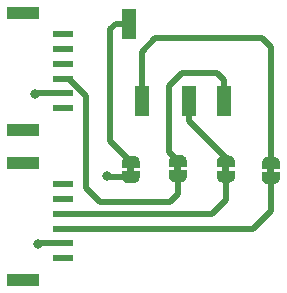
<source format=gbr>
G04 #@! TF.GenerationSoftware,KiCad,Pcbnew,(5.0.0)*
G04 #@! TF.CreationDate,2019-01-08T20:03:17-05:00*
G04 #@! TF.ProjectId,Headphone Breakout,4865616470686F6E6520427265616B6F,rev?*
G04 #@! TF.SameCoordinates,Original*
G04 #@! TF.FileFunction,Copper,L1,Top,Signal*
G04 #@! TF.FilePolarity,Positive*
%FSLAX46Y46*%
G04 Gerber Fmt 4.6, Leading zero omitted, Abs format (unit mm)*
G04 Created by KiCad (PCBNEW (5.0.0)) date 01/08/19 20:03:17*
%MOMM*%
%LPD*%
G01*
G04 APERTURE LIST*
G04 #@! TA.AperFunction,SMDPad,CuDef*
%ADD10R,1.700000X0.600000*%
G04 #@! TD*
G04 #@! TA.AperFunction,SMDPad,CuDef*
%ADD11R,2.800000X1.000000*%
G04 #@! TD*
G04 #@! TA.AperFunction,SMDPad,CuDef*
%ADD12R,1.200000X2.500000*%
G04 #@! TD*
G04 #@! TA.AperFunction,SMDPad,CuDef*
%ADD13C,0.500000*%
G04 #@! TD*
G04 #@! TA.AperFunction,Conductor*
%ADD14C,0.100000*%
G04 #@! TD*
G04 #@! TA.AperFunction,ViaPad*
%ADD15C,0.800000*%
G04 #@! TD*
G04 #@! TA.AperFunction,Conductor*
%ADD16C,0.500000*%
G04 #@! TD*
G04 APERTURE END LIST*
D10*
G04 #@! TO.P,J1,1*
G04 #@! TO.N,DGND*
X123870000Y-100915000D03*
G04 #@! TO.P,J1,2*
G04 #@! TO.N,AGND*
X123870000Y-99665000D03*
G04 #@! TO.P,J1,3*
G04 #@! TO.N,HP0*
X123870000Y-98415000D03*
G04 #@! TO.P,J1,4*
G04 #@! TO.N,HP1*
X123870000Y-97165000D03*
G04 #@! TO.P,J1,5*
G04 #@! TO.N,3V3*
X123870000Y-95915000D03*
G04 #@! TO.P,J1,6*
G04 #@! TO.N,5V*
X123870000Y-94665000D03*
D11*
G04 #@! TO.P,J1,MP*
G04 #@! TO.N,N/C*
X120520000Y-102765000D03*
X120520000Y-92815000D03*
G04 #@! TD*
D10*
G04 #@! TO.P,J2,1*
G04 #@! TO.N,DGND*
X123870000Y-88215000D03*
G04 #@! TO.P,J2,2*
G04 #@! TO.N,AGND*
X123870000Y-86965000D03*
G04 #@! TO.P,J2,3*
G04 #@! TO.N,MIC_0*
X123870000Y-85715000D03*
G04 #@! TO.P,J2,4*
G04 #@! TO.N,MIC_1*
X123870000Y-84465000D03*
G04 #@! TO.P,J2,5*
G04 #@! TO.N,3V3*
X123870000Y-83215000D03*
G04 #@! TO.P,J2,6*
G04 #@! TO.N,5V*
X123870000Y-81965000D03*
D11*
G04 #@! TO.P,J2,MP*
G04 #@! TO.N,N/C*
X120520000Y-90065000D03*
X120520000Y-80115000D03*
G04 #@! TD*
D12*
G04 #@! TO.P,J3,4*
G04 #@! TO.N,Net-(J3-Pad4)*
X129441000Y-81078000D03*
G04 #@! TO.P,J3,1*
G04 #@! TO.N,Net-(J3-Pad1)*
X130541000Y-87578000D03*
G04 #@! TO.P,J3,2*
G04 #@! TO.N,Net-(J3-Pad2)*
X134541000Y-87578000D03*
G04 #@! TO.P,J3,3*
G04 #@! TO.N,Net-(J3-Pad3)*
X137541000Y-87578000D03*
G04 #@! TD*
D13*
G04 #@! TO.P,JP1,1*
G04 #@! TO.N,AGND*
X129616200Y-94035400D03*
D14*
G04 #@! TD*
G04 #@! TO.N,AGND*
G04 #@! TO.C,JP1*
G36*
X129316200Y-93535400D02*
X129316200Y-93135400D01*
X129916200Y-93135400D01*
X129916200Y-93535400D01*
X130366200Y-93535400D01*
X130366200Y-94035400D01*
X130365598Y-94035400D01*
X130365598Y-94059934D01*
X130360788Y-94108765D01*
X130351216Y-94156890D01*
X130336972Y-94203845D01*
X130318195Y-94249178D01*
X130295064Y-94292451D01*
X130267804Y-94333250D01*
X130236676Y-94371179D01*
X130201979Y-94405876D01*
X130164050Y-94437004D01*
X130123251Y-94464264D01*
X130079978Y-94487395D01*
X130034645Y-94506172D01*
X129987690Y-94520416D01*
X129939565Y-94529988D01*
X129890734Y-94534798D01*
X129866200Y-94534798D01*
X129866200Y-94535400D01*
X129366200Y-94535400D01*
X129366200Y-94534798D01*
X129341666Y-94534798D01*
X129292835Y-94529988D01*
X129244710Y-94520416D01*
X129197755Y-94506172D01*
X129152422Y-94487395D01*
X129109149Y-94464264D01*
X129068350Y-94437004D01*
X129030421Y-94405876D01*
X128995724Y-94371179D01*
X128964596Y-94333250D01*
X128937336Y-94292451D01*
X128914205Y-94249178D01*
X128895428Y-94203845D01*
X128881184Y-94156890D01*
X128871612Y-94108765D01*
X128866802Y-94059934D01*
X128866802Y-94035400D01*
X128866200Y-94035400D01*
X128866200Y-93535400D01*
X129316200Y-93535400D01*
X129316200Y-93535400D01*
G37*
D13*
G04 #@! TO.P,JP1,2*
G04 #@! TO.N,Net-(J3-Pad4)*
X129616200Y-92735400D03*
D14*
G04 #@! TD*
G04 #@! TO.N,Net-(J3-Pad4)*
G04 #@! TO.C,JP1*
G36*
X128866802Y-92735400D02*
X128866802Y-92710866D01*
X128871612Y-92662035D01*
X128881184Y-92613910D01*
X128895428Y-92566955D01*
X128914205Y-92521622D01*
X128937336Y-92478349D01*
X128964596Y-92437550D01*
X128995724Y-92399621D01*
X129030421Y-92364924D01*
X129068350Y-92333796D01*
X129109149Y-92306536D01*
X129152422Y-92283405D01*
X129197755Y-92264628D01*
X129244710Y-92250384D01*
X129292835Y-92240812D01*
X129341666Y-92236002D01*
X129366200Y-92236002D01*
X129366200Y-92235400D01*
X129866200Y-92235400D01*
X129866200Y-92236002D01*
X129890734Y-92236002D01*
X129939565Y-92240812D01*
X129987690Y-92250384D01*
X130034645Y-92264628D01*
X130079978Y-92283405D01*
X130123251Y-92306536D01*
X130164050Y-92333796D01*
X130201979Y-92364924D01*
X130236676Y-92399621D01*
X130267804Y-92437550D01*
X130295064Y-92478349D01*
X130318195Y-92521622D01*
X130336972Y-92566955D01*
X130351216Y-92613910D01*
X130360788Y-92662035D01*
X130365598Y-92710866D01*
X130365598Y-92735400D01*
X130366200Y-92735400D01*
X130366200Y-93235400D01*
X128866200Y-93235400D01*
X128866200Y-92735400D01*
X128866802Y-92735400D01*
X128866802Y-92735400D01*
G37*
D13*
G04 #@! TO.P,JP2,2*
G04 #@! TO.N,Net-(J3-Pad3)*
X133604000Y-92680000D03*
D14*
G04 #@! TD*
G04 #@! TO.N,Net-(J3-Pad3)*
G04 #@! TO.C,JP2*
G36*
X132854602Y-92680000D02*
X132854602Y-92655466D01*
X132859412Y-92606635D01*
X132868984Y-92558510D01*
X132883228Y-92511555D01*
X132902005Y-92466222D01*
X132925136Y-92422949D01*
X132952396Y-92382150D01*
X132983524Y-92344221D01*
X133018221Y-92309524D01*
X133056150Y-92278396D01*
X133096949Y-92251136D01*
X133140222Y-92228005D01*
X133185555Y-92209228D01*
X133232510Y-92194984D01*
X133280635Y-92185412D01*
X133329466Y-92180602D01*
X133354000Y-92180602D01*
X133354000Y-92180000D01*
X133854000Y-92180000D01*
X133854000Y-92180602D01*
X133878534Y-92180602D01*
X133927365Y-92185412D01*
X133975490Y-92194984D01*
X134022445Y-92209228D01*
X134067778Y-92228005D01*
X134111051Y-92251136D01*
X134151850Y-92278396D01*
X134189779Y-92309524D01*
X134224476Y-92344221D01*
X134255604Y-92382150D01*
X134282864Y-92422949D01*
X134305995Y-92466222D01*
X134324772Y-92511555D01*
X134339016Y-92558510D01*
X134348588Y-92606635D01*
X134353398Y-92655466D01*
X134353398Y-92680000D01*
X134354000Y-92680000D01*
X134354000Y-93180000D01*
X132854000Y-93180000D01*
X132854000Y-92680000D01*
X132854602Y-92680000D01*
X132854602Y-92680000D01*
G37*
D13*
G04 #@! TO.P,JP2,1*
G04 #@! TO.N,MIC_0*
X133604000Y-93980000D03*
D14*
G04 #@! TD*
G04 #@! TO.N,MIC_0*
G04 #@! TO.C,JP2*
G36*
X133304000Y-93480000D02*
X133304000Y-93080000D01*
X133904000Y-93080000D01*
X133904000Y-93480000D01*
X134354000Y-93480000D01*
X134354000Y-93980000D01*
X134353398Y-93980000D01*
X134353398Y-94004534D01*
X134348588Y-94053365D01*
X134339016Y-94101490D01*
X134324772Y-94148445D01*
X134305995Y-94193778D01*
X134282864Y-94237051D01*
X134255604Y-94277850D01*
X134224476Y-94315779D01*
X134189779Y-94350476D01*
X134151850Y-94381604D01*
X134111051Y-94408864D01*
X134067778Y-94431995D01*
X134022445Y-94450772D01*
X133975490Y-94465016D01*
X133927365Y-94474588D01*
X133878534Y-94479398D01*
X133854000Y-94479398D01*
X133854000Y-94480000D01*
X133354000Y-94480000D01*
X133354000Y-94479398D01*
X133329466Y-94479398D01*
X133280635Y-94474588D01*
X133232510Y-94465016D01*
X133185555Y-94450772D01*
X133140222Y-94431995D01*
X133096949Y-94408864D01*
X133056150Y-94381604D01*
X133018221Y-94350476D01*
X132983524Y-94315779D01*
X132952396Y-94277850D01*
X132925136Y-94237051D01*
X132902005Y-94193778D01*
X132883228Y-94148445D01*
X132868984Y-94101490D01*
X132859412Y-94053365D01*
X132854602Y-94004534D01*
X132854602Y-93980000D01*
X132854000Y-93980000D01*
X132854000Y-93480000D01*
X133304000Y-93480000D01*
X133304000Y-93480000D01*
G37*
D13*
G04 #@! TO.P,JP3,2*
G04 #@! TO.N,Net-(J3-Pad2)*
X137668000Y-92710000D03*
D14*
G04 #@! TD*
G04 #@! TO.N,Net-(J3-Pad2)*
G04 #@! TO.C,JP3*
G36*
X136918602Y-92710000D02*
X136918602Y-92685466D01*
X136923412Y-92636635D01*
X136932984Y-92588510D01*
X136947228Y-92541555D01*
X136966005Y-92496222D01*
X136989136Y-92452949D01*
X137016396Y-92412150D01*
X137047524Y-92374221D01*
X137082221Y-92339524D01*
X137120150Y-92308396D01*
X137160949Y-92281136D01*
X137204222Y-92258005D01*
X137249555Y-92239228D01*
X137296510Y-92224984D01*
X137344635Y-92215412D01*
X137393466Y-92210602D01*
X137418000Y-92210602D01*
X137418000Y-92210000D01*
X137918000Y-92210000D01*
X137918000Y-92210602D01*
X137942534Y-92210602D01*
X137991365Y-92215412D01*
X138039490Y-92224984D01*
X138086445Y-92239228D01*
X138131778Y-92258005D01*
X138175051Y-92281136D01*
X138215850Y-92308396D01*
X138253779Y-92339524D01*
X138288476Y-92374221D01*
X138319604Y-92412150D01*
X138346864Y-92452949D01*
X138369995Y-92496222D01*
X138388772Y-92541555D01*
X138403016Y-92588510D01*
X138412588Y-92636635D01*
X138417398Y-92685466D01*
X138417398Y-92710000D01*
X138418000Y-92710000D01*
X138418000Y-93210000D01*
X136918000Y-93210000D01*
X136918000Y-92710000D01*
X136918602Y-92710000D01*
X136918602Y-92710000D01*
G37*
D13*
G04 #@! TO.P,JP3,1*
G04 #@! TO.N,HP1*
X137668000Y-94010000D03*
D14*
G04 #@! TD*
G04 #@! TO.N,HP1*
G04 #@! TO.C,JP3*
G36*
X137368000Y-93510000D02*
X137368000Y-93110000D01*
X137968000Y-93110000D01*
X137968000Y-93510000D01*
X138418000Y-93510000D01*
X138418000Y-94010000D01*
X138417398Y-94010000D01*
X138417398Y-94034534D01*
X138412588Y-94083365D01*
X138403016Y-94131490D01*
X138388772Y-94178445D01*
X138369995Y-94223778D01*
X138346864Y-94267051D01*
X138319604Y-94307850D01*
X138288476Y-94345779D01*
X138253779Y-94380476D01*
X138215850Y-94411604D01*
X138175051Y-94438864D01*
X138131778Y-94461995D01*
X138086445Y-94480772D01*
X138039490Y-94495016D01*
X137991365Y-94504588D01*
X137942534Y-94509398D01*
X137918000Y-94509398D01*
X137918000Y-94510000D01*
X137418000Y-94510000D01*
X137418000Y-94509398D01*
X137393466Y-94509398D01*
X137344635Y-94504588D01*
X137296510Y-94495016D01*
X137249555Y-94480772D01*
X137204222Y-94461995D01*
X137160949Y-94438864D01*
X137120150Y-94411604D01*
X137082221Y-94380476D01*
X137047524Y-94345779D01*
X137016396Y-94307850D01*
X136989136Y-94267051D01*
X136966005Y-94223778D01*
X136947228Y-94178445D01*
X136932984Y-94131490D01*
X136923412Y-94083365D01*
X136918602Y-94034534D01*
X136918602Y-94010000D01*
X136918000Y-94010000D01*
X136918000Y-93510000D01*
X137368000Y-93510000D01*
X137368000Y-93510000D01*
G37*
D13*
G04 #@! TO.P,JP4,1*
G04 #@! TO.N,HP0*
X141478000Y-94122000D03*
D14*
G04 #@! TD*
G04 #@! TO.N,HP0*
G04 #@! TO.C,JP4*
G36*
X141178000Y-93622000D02*
X141178000Y-93222000D01*
X141778000Y-93222000D01*
X141778000Y-93622000D01*
X142228000Y-93622000D01*
X142228000Y-94122000D01*
X142227398Y-94122000D01*
X142227398Y-94146534D01*
X142222588Y-94195365D01*
X142213016Y-94243490D01*
X142198772Y-94290445D01*
X142179995Y-94335778D01*
X142156864Y-94379051D01*
X142129604Y-94419850D01*
X142098476Y-94457779D01*
X142063779Y-94492476D01*
X142025850Y-94523604D01*
X141985051Y-94550864D01*
X141941778Y-94573995D01*
X141896445Y-94592772D01*
X141849490Y-94607016D01*
X141801365Y-94616588D01*
X141752534Y-94621398D01*
X141728000Y-94621398D01*
X141728000Y-94622000D01*
X141228000Y-94622000D01*
X141228000Y-94621398D01*
X141203466Y-94621398D01*
X141154635Y-94616588D01*
X141106510Y-94607016D01*
X141059555Y-94592772D01*
X141014222Y-94573995D01*
X140970949Y-94550864D01*
X140930150Y-94523604D01*
X140892221Y-94492476D01*
X140857524Y-94457779D01*
X140826396Y-94419850D01*
X140799136Y-94379051D01*
X140776005Y-94335778D01*
X140757228Y-94290445D01*
X140742984Y-94243490D01*
X140733412Y-94195365D01*
X140728602Y-94146534D01*
X140728602Y-94122000D01*
X140728000Y-94122000D01*
X140728000Y-93622000D01*
X141178000Y-93622000D01*
X141178000Y-93622000D01*
G37*
D13*
G04 #@! TO.P,JP4,2*
G04 #@! TO.N,Net-(J3-Pad1)*
X141478000Y-92822000D03*
D14*
G04 #@! TD*
G04 #@! TO.N,Net-(J3-Pad1)*
G04 #@! TO.C,JP4*
G36*
X140728602Y-92822000D02*
X140728602Y-92797466D01*
X140733412Y-92748635D01*
X140742984Y-92700510D01*
X140757228Y-92653555D01*
X140776005Y-92608222D01*
X140799136Y-92564949D01*
X140826396Y-92524150D01*
X140857524Y-92486221D01*
X140892221Y-92451524D01*
X140930150Y-92420396D01*
X140970949Y-92393136D01*
X141014222Y-92370005D01*
X141059555Y-92351228D01*
X141106510Y-92336984D01*
X141154635Y-92327412D01*
X141203466Y-92322602D01*
X141228000Y-92322602D01*
X141228000Y-92322000D01*
X141728000Y-92322000D01*
X141728000Y-92322602D01*
X141752534Y-92322602D01*
X141801365Y-92327412D01*
X141849490Y-92336984D01*
X141896445Y-92351228D01*
X141941778Y-92370005D01*
X141985051Y-92393136D01*
X142025850Y-92420396D01*
X142063779Y-92451524D01*
X142098476Y-92486221D01*
X142129604Y-92524150D01*
X142156864Y-92564949D01*
X142179995Y-92608222D01*
X142198772Y-92653555D01*
X142213016Y-92700510D01*
X142222588Y-92748635D01*
X142227398Y-92797466D01*
X142227398Y-92822000D01*
X142228000Y-92822000D01*
X142228000Y-93322000D01*
X140728000Y-93322000D01*
X140728000Y-92822000D01*
X140728602Y-92822000D01*
X140728602Y-92822000D01*
G37*
D15*
G04 #@! TO.N,AGND*
X127635000Y-93980000D03*
X121793000Y-99695000D03*
X121539000Y-86995000D03*
G04 #@! TD*
D16*
G04 #@! TO.N,AGND*
X129616200Y-94035400D02*
X127690400Y-94035400D01*
X127690400Y-94035400D02*
X127635000Y-93980000D01*
X123870000Y-99665000D02*
X121823000Y-99665000D01*
X121823000Y-99665000D02*
X121793000Y-99695000D01*
X123870000Y-86965000D02*
X121569000Y-86965000D01*
X121569000Y-86965000D02*
X121539000Y-86995000D01*
G04 #@! TO.N,HP0*
X141478000Y-96901000D02*
X141478000Y-94122000D01*
X139954000Y-98425000D02*
X141478000Y-96901000D01*
X125230000Y-98425000D02*
X139954000Y-98425000D01*
X123870000Y-98415000D02*
X125220000Y-98415000D01*
X125220000Y-98415000D02*
X125230000Y-98425000D01*
G04 #@! TO.N,HP1*
X125220000Y-97165000D02*
X125230000Y-97155000D01*
X123870000Y-97165000D02*
X125220000Y-97165000D01*
X125230000Y-97155000D02*
X136525000Y-97155000D01*
X137668000Y-96012000D02*
X136525000Y-97155000D01*
X137668000Y-94010000D02*
X137668000Y-96012000D01*
G04 #@! TO.N,MIC_0*
X133604000Y-93980000D02*
X133604000Y-95504000D01*
X133604000Y-95504000D02*
X132969000Y-96139000D01*
X132969000Y-96139000D02*
X127000000Y-96139000D01*
X127000000Y-96139000D02*
X125857000Y-94996000D01*
X124420000Y-85715000D02*
X123870000Y-85715000D01*
X125857000Y-94996000D02*
X125857000Y-87152000D01*
X125857000Y-87152000D02*
X124420000Y-85715000D01*
G04 #@! TO.N,Net-(J3-Pad4)*
X128341000Y-81078000D02*
X127889000Y-81530000D01*
X129441000Y-81078000D02*
X128341000Y-81078000D01*
X127889000Y-91008200D02*
X129566190Y-92685390D01*
X127889000Y-81530000D02*
X127889000Y-91008200D01*
G04 #@! TO.N,Net-(J3-Pad1)*
X130541000Y-87578000D02*
X130541000Y-83454000D01*
X130541000Y-83454000D02*
X131699000Y-82296000D01*
X131699000Y-82296000D02*
X140716000Y-82296000D01*
X141478000Y-83058000D02*
X141478000Y-92771990D01*
X140716000Y-82296000D02*
X141478000Y-83058000D01*
G04 #@! TO.N,Net-(J3-Pad2)*
X137668000Y-92455000D02*
X137668000Y-92659990D01*
X134541000Y-89328000D02*
X137668000Y-92455000D01*
X134541000Y-87578000D02*
X134541000Y-89328000D01*
G04 #@! TO.N,Net-(J3-Pad3)*
X137541000Y-85828000D02*
X136930000Y-85217000D01*
X137541000Y-87578000D02*
X137541000Y-85828000D01*
X136930000Y-85217000D02*
X133985000Y-85217000D01*
X133985000Y-85217000D02*
X132842000Y-86360000D01*
X132842000Y-91918000D02*
X133553990Y-92629990D01*
X132842000Y-86360000D02*
X132842000Y-91918000D01*
G04 #@! TD*
M02*

</source>
